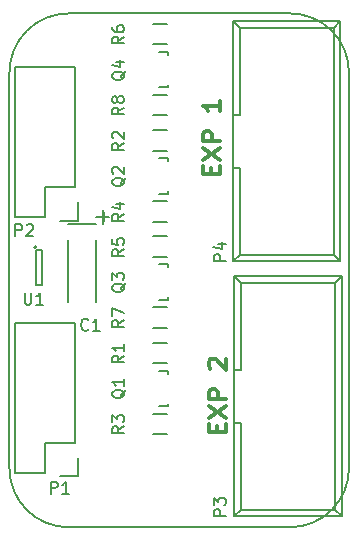
<source format=gto>
G04 #@! TF.FileFunction,Legend,Top*
%FSLAX46Y46*%
G04 Gerber Fmt 4.6, Leading zero omitted, Abs format (unit mm)*
G04 Created by KiCad (PCBNEW 4.0.2-stable) date 27.07.2016 15:24:31*
%MOMM*%
G01*
G04 APERTURE LIST*
%ADD10C,0.100000*%
%ADD11C,0.300000*%
%ADD12C,0.150000*%
G04 APERTURE END LIST*
D10*
D11*
X123336857Y-153439428D02*
X123336857Y-152939428D01*
X124122571Y-152725142D02*
X124122571Y-153439428D01*
X122622571Y-153439428D01*
X122622571Y-152725142D01*
X122622571Y-152225142D02*
X124122571Y-151225142D01*
X122622571Y-151225142D02*
X124122571Y-152225142D01*
X124122571Y-150653714D02*
X122622571Y-150653714D01*
X122622571Y-150082286D01*
X122694000Y-149939428D01*
X122765429Y-149868000D01*
X122908286Y-149796571D01*
X123122571Y-149796571D01*
X123265429Y-149868000D01*
X123336857Y-149939428D01*
X123408286Y-150082286D01*
X123408286Y-150653714D01*
X122765429Y-148082286D02*
X122694000Y-148010857D01*
X122622571Y-147868000D01*
X122622571Y-147510857D01*
X122694000Y-147368000D01*
X122765429Y-147296571D01*
X122908286Y-147225143D01*
X123051143Y-147225143D01*
X123265429Y-147296571D01*
X124122571Y-148153714D01*
X124122571Y-147225143D01*
X122828857Y-131595428D02*
X122828857Y-131095428D01*
X123614571Y-130881142D02*
X123614571Y-131595428D01*
X122114571Y-131595428D01*
X122114571Y-130881142D01*
X122114571Y-130381142D02*
X123614571Y-129381142D01*
X122114571Y-129381142D02*
X123614571Y-130381142D01*
X123614571Y-128809714D02*
X122114571Y-128809714D01*
X122114571Y-128238286D01*
X122186000Y-128095428D01*
X122257429Y-128024000D01*
X122400286Y-127952571D01*
X122614571Y-127952571D01*
X122757429Y-128024000D01*
X122828857Y-128095428D01*
X122900286Y-128238286D01*
X122900286Y-128809714D01*
X123614571Y-125381143D02*
X123614571Y-126238286D01*
X123614571Y-125809714D02*
X122114571Y-125809714D01*
X122328857Y-125952571D01*
X122471714Y-126095429D01*
X122543143Y-126238286D01*
D12*
X134500000Y-156500000D02*
X134500000Y-123000000D01*
X110750000Y-161500000D02*
X129500000Y-161500000D01*
X105750000Y-123000000D02*
X105750000Y-156500000D01*
X129500000Y-118000000D02*
X110750000Y-118000000D01*
X105750000Y-156500000D02*
G75*
G03X110750000Y-161500000I5000000J0D01*
G01*
X129500000Y-161500000D02*
G75*
G03X134500000Y-156500000I0J5000000D01*
G01*
X134500000Y-123000000D02*
G75*
G03X129500000Y-118000000I-5000000J0D01*
G01*
X110750000Y-118000000D02*
G75*
G03X105750000Y-123000000I0J-5000000D01*
G01*
X133780000Y-118670000D02*
X133780000Y-138990000D01*
X133230000Y-119210000D02*
X133230000Y-138430000D01*
X124680000Y-118670000D02*
X124680000Y-138990000D01*
X125230000Y-119210000D02*
X125230000Y-126580000D01*
X125230000Y-131080000D02*
X125230000Y-138430000D01*
X125230000Y-126580000D02*
X124680000Y-126580000D01*
X125230000Y-131080000D02*
X124680000Y-131080000D01*
X133780000Y-118670000D02*
X124680000Y-118670000D01*
X133230000Y-119210000D02*
X125230000Y-119210000D01*
X133780000Y-138990000D02*
X124680000Y-138990000D01*
X133230000Y-138430000D02*
X125230000Y-138430000D01*
X133780000Y-118670000D02*
X133230000Y-119210000D01*
X133780000Y-138990000D02*
X133230000Y-138430000D01*
X124680000Y-118670000D02*
X125230000Y-119210000D01*
X124680000Y-138990000D02*
X125230000Y-138430000D01*
X110701120Y-137200060D02*
X110701120Y-142401980D01*
X113098880Y-142401980D02*
X113098880Y-137200060D01*
X114198700Y-135201080D02*
X113098880Y-135201080D01*
X113698320Y-134601640D02*
X113698320Y-135800520D01*
X113098880Y-135805600D02*
X110701120Y-135805600D01*
X133880000Y-140270000D02*
X133880000Y-160590000D01*
X133330000Y-140810000D02*
X133330000Y-160030000D01*
X124780000Y-140270000D02*
X124780000Y-160590000D01*
X125330000Y-140810000D02*
X125330000Y-148180000D01*
X125330000Y-152680000D02*
X125330000Y-160030000D01*
X125330000Y-148180000D02*
X124780000Y-148180000D01*
X125330000Y-152680000D02*
X124780000Y-152680000D01*
X133880000Y-140270000D02*
X124780000Y-140270000D01*
X133330000Y-140810000D02*
X125330000Y-140810000D01*
X133880000Y-160590000D02*
X124780000Y-160590000D01*
X133330000Y-160030000D02*
X125330000Y-160030000D01*
X133880000Y-140270000D02*
X133330000Y-140810000D01*
X133880000Y-160590000D02*
X133330000Y-160030000D01*
X124780000Y-140270000D02*
X125330000Y-140810000D01*
X124780000Y-160590000D02*
X125330000Y-160030000D01*
X118449200Y-148250180D02*
X119150240Y-148250180D01*
X119150240Y-148250180D02*
X119150240Y-148499100D01*
X119150240Y-151049160D02*
X119150240Y-151249820D01*
X119150240Y-151249820D02*
X118449200Y-151249820D01*
X118449200Y-130250180D02*
X119150240Y-130250180D01*
X119150240Y-130250180D02*
X119150240Y-130499100D01*
X119150240Y-133049160D02*
X119150240Y-133249820D01*
X119150240Y-133249820D02*
X118449200Y-133249820D01*
X118449200Y-139250180D02*
X119150240Y-139250180D01*
X119150240Y-139250180D02*
X119150240Y-139499100D01*
X119150240Y-142049160D02*
X119150240Y-142249820D01*
X119150240Y-142249820D02*
X118449200Y-142249820D01*
X118449200Y-121250180D02*
X119150240Y-121250180D01*
X119150240Y-121250180D02*
X119150240Y-121499100D01*
X119150240Y-124049160D02*
X119150240Y-124249820D01*
X119150240Y-124249820D02*
X118449200Y-124249820D01*
X117900000Y-145875000D02*
X119100000Y-145875000D01*
X119100000Y-147625000D02*
X117900000Y-147625000D01*
X117900000Y-127875000D02*
X119100000Y-127875000D01*
X119100000Y-129625000D02*
X117900000Y-129625000D01*
X117900000Y-151875000D02*
X119100000Y-151875000D01*
X119100000Y-153625000D02*
X117900000Y-153625000D01*
X117900000Y-133875000D02*
X119100000Y-133875000D01*
X119100000Y-135625000D02*
X117900000Y-135625000D01*
X117900000Y-136875000D02*
X119100000Y-136875000D01*
X119100000Y-138625000D02*
X117900000Y-138625000D01*
X117900000Y-118875000D02*
X119100000Y-118875000D01*
X119100000Y-120625000D02*
X117900000Y-120625000D01*
X117900000Y-142875000D02*
X119100000Y-142875000D01*
X119100000Y-144625000D02*
X117900000Y-144625000D01*
X117900000Y-124875000D02*
X119100000Y-124875000D01*
X119100000Y-126625000D02*
X117900000Y-126625000D01*
X108050000Y-137800000D02*
G75*
G03X108050000Y-137800000I-100000J0D01*
G01*
X108500000Y-138050000D02*
X108000000Y-138050000D01*
X108500000Y-140950000D02*
X108500000Y-138050000D01*
X108000000Y-140950000D02*
X108500000Y-140950000D01*
X108000000Y-138050000D02*
X108000000Y-140950000D01*
X106190000Y-156870000D02*
X106190000Y-144170000D01*
X106190000Y-144170000D02*
X111270000Y-144170000D01*
X111270000Y-144170000D02*
X111270000Y-154330000D01*
X106190000Y-156870000D02*
X108730000Y-156870000D01*
X110000000Y-157150000D02*
X111550000Y-157150000D01*
X108730000Y-156870000D02*
X108730000Y-154330000D01*
X108730000Y-154330000D02*
X111270000Y-154330000D01*
X111550000Y-157150000D02*
X111550000Y-155600000D01*
X106190000Y-135270000D02*
X106190000Y-122570000D01*
X106190000Y-122570000D02*
X111270000Y-122570000D01*
X111270000Y-122570000D02*
X111270000Y-132730000D01*
X106190000Y-135270000D02*
X108730000Y-135270000D01*
X110000000Y-135550000D02*
X111550000Y-135550000D01*
X108730000Y-135270000D02*
X108730000Y-132730000D01*
X108730000Y-132730000D02*
X111270000Y-132730000D01*
X111550000Y-135550000D02*
X111550000Y-134000000D01*
X124052381Y-138938095D02*
X123052381Y-138938095D01*
X123052381Y-138557142D01*
X123100000Y-138461904D01*
X123147619Y-138414285D01*
X123242857Y-138366666D01*
X123385714Y-138366666D01*
X123480952Y-138414285D01*
X123528571Y-138461904D01*
X123576190Y-138557142D01*
X123576190Y-138938095D01*
X123385714Y-137509523D02*
X124052381Y-137509523D01*
X123004762Y-137747619D02*
X123719048Y-137985714D01*
X123719048Y-137366666D01*
X112433334Y-144757143D02*
X112385715Y-144804762D01*
X112242858Y-144852381D01*
X112147620Y-144852381D01*
X112004762Y-144804762D01*
X111909524Y-144709524D01*
X111861905Y-144614286D01*
X111814286Y-144423810D01*
X111814286Y-144280952D01*
X111861905Y-144090476D01*
X111909524Y-143995238D01*
X112004762Y-143900000D01*
X112147620Y-143852381D01*
X112242858Y-143852381D01*
X112385715Y-143900000D01*
X112433334Y-143947619D01*
X113385715Y-144852381D02*
X112814286Y-144852381D01*
X113100000Y-144852381D02*
X113100000Y-143852381D01*
X113004762Y-143995238D01*
X112909524Y-144090476D01*
X112814286Y-144138095D01*
X113772289Y-135582032D02*
X113772289Y-134820127D01*
X114153241Y-135201079D02*
X113391336Y-135201079D01*
X124052381Y-160538095D02*
X123052381Y-160538095D01*
X123052381Y-160157142D01*
X123100000Y-160061904D01*
X123147619Y-160014285D01*
X123242857Y-159966666D01*
X123385714Y-159966666D01*
X123480952Y-160014285D01*
X123528571Y-160061904D01*
X123576190Y-160157142D01*
X123576190Y-160538095D01*
X123052381Y-159633333D02*
X123052381Y-159014285D01*
X123433333Y-159347619D01*
X123433333Y-159204761D01*
X123480952Y-159109523D01*
X123528571Y-159061904D01*
X123623810Y-159014285D01*
X123861905Y-159014285D01*
X123957143Y-159061904D01*
X124004762Y-159109523D01*
X124052381Y-159204761D01*
X124052381Y-159490476D01*
X124004762Y-159585714D01*
X123957143Y-159633333D01*
X115547619Y-149845238D02*
X115500000Y-149940476D01*
X115404762Y-150035714D01*
X115261905Y-150178571D01*
X115214286Y-150273810D01*
X115214286Y-150369048D01*
X115452381Y-150321429D02*
X115404762Y-150416667D01*
X115309524Y-150511905D01*
X115119048Y-150559524D01*
X114785714Y-150559524D01*
X114595238Y-150511905D01*
X114500000Y-150416667D01*
X114452381Y-150321429D01*
X114452381Y-150130952D01*
X114500000Y-150035714D01*
X114595238Y-149940476D01*
X114785714Y-149892857D01*
X115119048Y-149892857D01*
X115309524Y-149940476D01*
X115404762Y-150035714D01*
X115452381Y-150130952D01*
X115452381Y-150321429D01*
X115452381Y-148940476D02*
X115452381Y-149511905D01*
X115452381Y-149226191D02*
X114452381Y-149226191D01*
X114595238Y-149321429D01*
X114690476Y-149416667D01*
X114738095Y-149511905D01*
X115547619Y-131895238D02*
X115500000Y-131990476D01*
X115404762Y-132085714D01*
X115261905Y-132228571D01*
X115214286Y-132323810D01*
X115214286Y-132419048D01*
X115452381Y-132371429D02*
X115404762Y-132466667D01*
X115309524Y-132561905D01*
X115119048Y-132609524D01*
X114785714Y-132609524D01*
X114595238Y-132561905D01*
X114500000Y-132466667D01*
X114452381Y-132371429D01*
X114452381Y-132180952D01*
X114500000Y-132085714D01*
X114595238Y-131990476D01*
X114785714Y-131942857D01*
X115119048Y-131942857D01*
X115309524Y-131990476D01*
X115404762Y-132085714D01*
X115452381Y-132180952D01*
X115452381Y-132371429D01*
X114547619Y-131561905D02*
X114500000Y-131514286D01*
X114452381Y-131419048D01*
X114452381Y-131180952D01*
X114500000Y-131085714D01*
X114547619Y-131038095D01*
X114642857Y-130990476D01*
X114738095Y-130990476D01*
X114880952Y-131038095D01*
X115452381Y-131609524D01*
X115452381Y-130990476D01*
X115547619Y-140845238D02*
X115500000Y-140940476D01*
X115404762Y-141035714D01*
X115261905Y-141178571D01*
X115214286Y-141273810D01*
X115214286Y-141369048D01*
X115452381Y-141321429D02*
X115404762Y-141416667D01*
X115309524Y-141511905D01*
X115119048Y-141559524D01*
X114785714Y-141559524D01*
X114595238Y-141511905D01*
X114500000Y-141416667D01*
X114452381Y-141321429D01*
X114452381Y-141130952D01*
X114500000Y-141035714D01*
X114595238Y-140940476D01*
X114785714Y-140892857D01*
X115119048Y-140892857D01*
X115309524Y-140940476D01*
X115404762Y-141035714D01*
X115452381Y-141130952D01*
X115452381Y-141321429D01*
X114452381Y-140559524D02*
X114452381Y-139940476D01*
X114833333Y-140273810D01*
X114833333Y-140130952D01*
X114880952Y-140035714D01*
X114928571Y-139988095D01*
X115023810Y-139940476D01*
X115261905Y-139940476D01*
X115357143Y-139988095D01*
X115404762Y-140035714D01*
X115452381Y-140130952D01*
X115452381Y-140416667D01*
X115404762Y-140511905D01*
X115357143Y-140559524D01*
X115547619Y-122895238D02*
X115500000Y-122990476D01*
X115404762Y-123085714D01*
X115261905Y-123228571D01*
X115214286Y-123323810D01*
X115214286Y-123419048D01*
X115452381Y-123371429D02*
X115404762Y-123466667D01*
X115309524Y-123561905D01*
X115119048Y-123609524D01*
X114785714Y-123609524D01*
X114595238Y-123561905D01*
X114500000Y-123466667D01*
X114452381Y-123371429D01*
X114452381Y-123180952D01*
X114500000Y-123085714D01*
X114595238Y-122990476D01*
X114785714Y-122942857D01*
X115119048Y-122942857D01*
X115309524Y-122990476D01*
X115404762Y-123085714D01*
X115452381Y-123180952D01*
X115452381Y-123371429D01*
X114785714Y-122085714D02*
X115452381Y-122085714D01*
X114404762Y-122323810D02*
X115119048Y-122561905D01*
X115119048Y-121942857D01*
X115452381Y-146966666D02*
X114976190Y-147300000D01*
X115452381Y-147538095D02*
X114452381Y-147538095D01*
X114452381Y-147157142D01*
X114500000Y-147061904D01*
X114547619Y-147014285D01*
X114642857Y-146966666D01*
X114785714Y-146966666D01*
X114880952Y-147014285D01*
X114928571Y-147061904D01*
X114976190Y-147157142D01*
X114976190Y-147538095D01*
X115452381Y-146014285D02*
X115452381Y-146585714D01*
X115452381Y-146300000D02*
X114452381Y-146300000D01*
X114595238Y-146395238D01*
X114690476Y-146490476D01*
X114738095Y-146585714D01*
X115452381Y-128966666D02*
X114976190Y-129300000D01*
X115452381Y-129538095D02*
X114452381Y-129538095D01*
X114452381Y-129157142D01*
X114500000Y-129061904D01*
X114547619Y-129014285D01*
X114642857Y-128966666D01*
X114785714Y-128966666D01*
X114880952Y-129014285D01*
X114928571Y-129061904D01*
X114976190Y-129157142D01*
X114976190Y-129538095D01*
X114547619Y-128585714D02*
X114500000Y-128538095D01*
X114452381Y-128442857D01*
X114452381Y-128204761D01*
X114500000Y-128109523D01*
X114547619Y-128061904D01*
X114642857Y-128014285D01*
X114738095Y-128014285D01*
X114880952Y-128061904D01*
X115452381Y-128633333D01*
X115452381Y-128014285D01*
X115452381Y-152966666D02*
X114976190Y-153300000D01*
X115452381Y-153538095D02*
X114452381Y-153538095D01*
X114452381Y-153157142D01*
X114500000Y-153061904D01*
X114547619Y-153014285D01*
X114642857Y-152966666D01*
X114785714Y-152966666D01*
X114880952Y-153014285D01*
X114928571Y-153061904D01*
X114976190Y-153157142D01*
X114976190Y-153538095D01*
X114452381Y-152633333D02*
X114452381Y-152014285D01*
X114833333Y-152347619D01*
X114833333Y-152204761D01*
X114880952Y-152109523D01*
X114928571Y-152061904D01*
X115023810Y-152014285D01*
X115261905Y-152014285D01*
X115357143Y-152061904D01*
X115404762Y-152109523D01*
X115452381Y-152204761D01*
X115452381Y-152490476D01*
X115404762Y-152585714D01*
X115357143Y-152633333D01*
X115452381Y-134966666D02*
X114976190Y-135300000D01*
X115452381Y-135538095D02*
X114452381Y-135538095D01*
X114452381Y-135157142D01*
X114500000Y-135061904D01*
X114547619Y-135014285D01*
X114642857Y-134966666D01*
X114785714Y-134966666D01*
X114880952Y-135014285D01*
X114928571Y-135061904D01*
X114976190Y-135157142D01*
X114976190Y-135538095D01*
X114785714Y-134109523D02*
X115452381Y-134109523D01*
X114404762Y-134347619D02*
X115119048Y-134585714D01*
X115119048Y-133966666D01*
X115452381Y-137966666D02*
X114976190Y-138300000D01*
X115452381Y-138538095D02*
X114452381Y-138538095D01*
X114452381Y-138157142D01*
X114500000Y-138061904D01*
X114547619Y-138014285D01*
X114642857Y-137966666D01*
X114785714Y-137966666D01*
X114880952Y-138014285D01*
X114928571Y-138061904D01*
X114976190Y-138157142D01*
X114976190Y-138538095D01*
X114452381Y-137061904D02*
X114452381Y-137538095D01*
X114928571Y-137585714D01*
X114880952Y-137538095D01*
X114833333Y-137442857D01*
X114833333Y-137204761D01*
X114880952Y-137109523D01*
X114928571Y-137061904D01*
X115023810Y-137014285D01*
X115261905Y-137014285D01*
X115357143Y-137061904D01*
X115404762Y-137109523D01*
X115452381Y-137204761D01*
X115452381Y-137442857D01*
X115404762Y-137538095D01*
X115357143Y-137585714D01*
X115452381Y-119966666D02*
X114976190Y-120300000D01*
X115452381Y-120538095D02*
X114452381Y-120538095D01*
X114452381Y-120157142D01*
X114500000Y-120061904D01*
X114547619Y-120014285D01*
X114642857Y-119966666D01*
X114785714Y-119966666D01*
X114880952Y-120014285D01*
X114928571Y-120061904D01*
X114976190Y-120157142D01*
X114976190Y-120538095D01*
X114452381Y-119109523D02*
X114452381Y-119300000D01*
X114500000Y-119395238D01*
X114547619Y-119442857D01*
X114690476Y-119538095D01*
X114880952Y-119585714D01*
X115261905Y-119585714D01*
X115357143Y-119538095D01*
X115404762Y-119490476D01*
X115452381Y-119395238D01*
X115452381Y-119204761D01*
X115404762Y-119109523D01*
X115357143Y-119061904D01*
X115261905Y-119014285D01*
X115023810Y-119014285D01*
X114928571Y-119061904D01*
X114880952Y-119109523D01*
X114833333Y-119204761D01*
X114833333Y-119395238D01*
X114880952Y-119490476D01*
X114928571Y-119538095D01*
X115023810Y-119585714D01*
X115452381Y-143966666D02*
X114976190Y-144300000D01*
X115452381Y-144538095D02*
X114452381Y-144538095D01*
X114452381Y-144157142D01*
X114500000Y-144061904D01*
X114547619Y-144014285D01*
X114642857Y-143966666D01*
X114785714Y-143966666D01*
X114880952Y-144014285D01*
X114928571Y-144061904D01*
X114976190Y-144157142D01*
X114976190Y-144538095D01*
X114452381Y-143633333D02*
X114452381Y-142966666D01*
X115452381Y-143395238D01*
X115452381Y-125966666D02*
X114976190Y-126300000D01*
X115452381Y-126538095D02*
X114452381Y-126538095D01*
X114452381Y-126157142D01*
X114500000Y-126061904D01*
X114547619Y-126014285D01*
X114642857Y-125966666D01*
X114785714Y-125966666D01*
X114880952Y-126014285D01*
X114928571Y-126061904D01*
X114976190Y-126157142D01*
X114976190Y-126538095D01*
X114880952Y-125395238D02*
X114833333Y-125490476D01*
X114785714Y-125538095D01*
X114690476Y-125585714D01*
X114642857Y-125585714D01*
X114547619Y-125538095D01*
X114500000Y-125490476D01*
X114452381Y-125395238D01*
X114452381Y-125204761D01*
X114500000Y-125109523D01*
X114547619Y-125061904D01*
X114642857Y-125014285D01*
X114690476Y-125014285D01*
X114785714Y-125061904D01*
X114833333Y-125109523D01*
X114880952Y-125204761D01*
X114880952Y-125395238D01*
X114928571Y-125490476D01*
X114976190Y-125538095D01*
X115071429Y-125585714D01*
X115261905Y-125585714D01*
X115357143Y-125538095D01*
X115404762Y-125490476D01*
X115452381Y-125395238D01*
X115452381Y-125204761D01*
X115404762Y-125109523D01*
X115357143Y-125061904D01*
X115261905Y-125014285D01*
X115071429Y-125014285D01*
X114976190Y-125061904D01*
X114928571Y-125109523D01*
X114880952Y-125204761D01*
X107038095Y-141652381D02*
X107038095Y-142461905D01*
X107085714Y-142557143D01*
X107133333Y-142604762D01*
X107228571Y-142652381D01*
X107419048Y-142652381D01*
X107514286Y-142604762D01*
X107561905Y-142557143D01*
X107609524Y-142461905D01*
X107609524Y-141652381D01*
X108609524Y-142652381D02*
X108038095Y-142652381D01*
X108323809Y-142652381D02*
X108323809Y-141652381D01*
X108228571Y-141795238D01*
X108133333Y-141890476D01*
X108038095Y-141938095D01*
X109261905Y-158652381D02*
X109261905Y-157652381D01*
X109642858Y-157652381D01*
X109738096Y-157700000D01*
X109785715Y-157747619D01*
X109833334Y-157842857D01*
X109833334Y-157985714D01*
X109785715Y-158080952D01*
X109738096Y-158128571D01*
X109642858Y-158176190D01*
X109261905Y-158176190D01*
X110785715Y-158652381D02*
X110214286Y-158652381D01*
X110500000Y-158652381D02*
X110500000Y-157652381D01*
X110404762Y-157795238D01*
X110309524Y-157890476D01*
X110214286Y-157938095D01*
X106261905Y-136852381D02*
X106261905Y-135852381D01*
X106642858Y-135852381D01*
X106738096Y-135900000D01*
X106785715Y-135947619D01*
X106833334Y-136042857D01*
X106833334Y-136185714D01*
X106785715Y-136280952D01*
X106738096Y-136328571D01*
X106642858Y-136376190D01*
X106261905Y-136376190D01*
X107214286Y-135947619D02*
X107261905Y-135900000D01*
X107357143Y-135852381D01*
X107595239Y-135852381D01*
X107690477Y-135900000D01*
X107738096Y-135947619D01*
X107785715Y-136042857D01*
X107785715Y-136138095D01*
X107738096Y-136280952D01*
X107166667Y-136852381D01*
X107785715Y-136852381D01*
M02*

</source>
